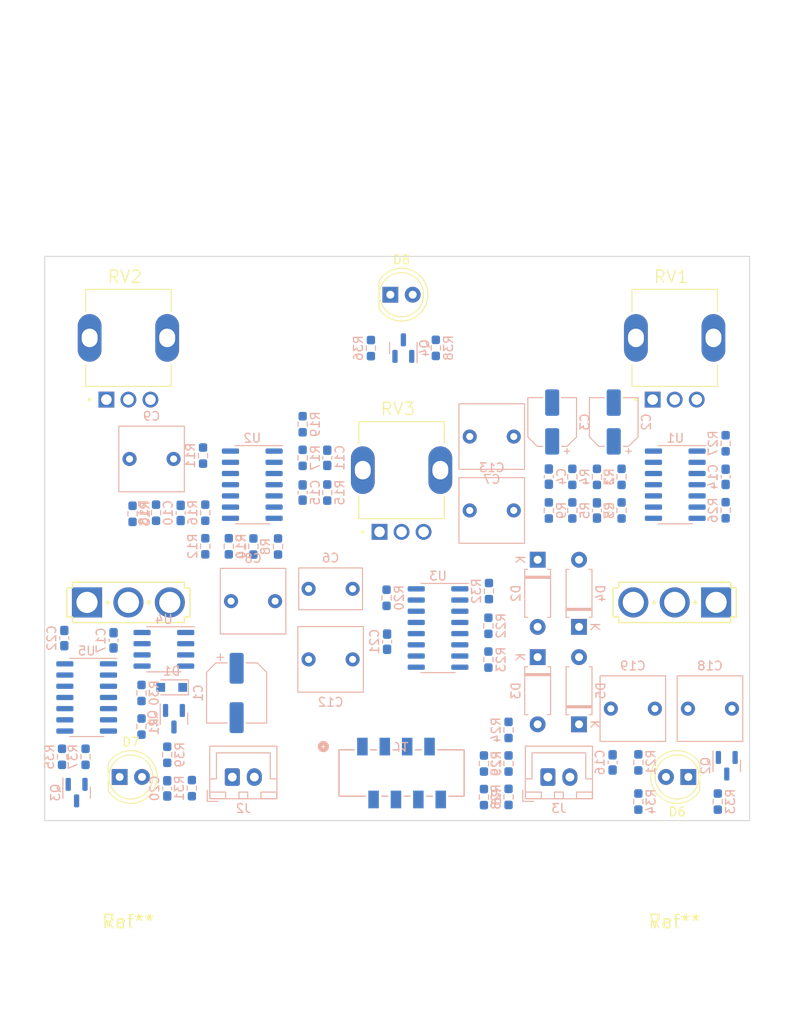
<source format=kicad_pcb>
(kicad_pcb (version 20211014) (generator pcbnew)
  (layers (0 "F.Cu" signal) (1 "In1.Cu" signal) (2 "In2.Cu" signal) (31 "B.Cu" signal) (34 "B.Paste" user) (35 "F.Paste" user) (36 "B.SilkS" user "B.Silkscreen") (37 "F.SilkS" user "F.Silkscreen") (38 "B.Mask" user) (39 "F.Mask" user) (44 "Edge.Cuts" user))
  (net 0 "")
  (net 1 "/+9V")
  (net 2 "/GND")
  (net 3 "Net-(C2-Pad1)")
  (net 4 "/+4V5")
  (net 5 "/In")
  (net 6 "Net-(C5-Pad2)")
  (net 7 "/Ret")
  (net 8 "Net-(C6-Pad2)")
  (net 9 "Net-(C7-Pad1)")
  (net 10 "/Core/InBuf")
  (net 11 "Net-(C8-Pad1)")
  (net 12 "/Core/RetBuf")
  (net 13 "Net-(C9-Pad1)")
  (net 14 "/Core/OutPreVol")
  (net 15 "Net-(C10-Pad1)")
  (net 16 "Net-(C10-Pad2)")
  (net 17 "Net-(C11-Pad1)")
  (net 18 "Net-(C11-Pad2)")
  (net 19 "Net-(C12-Pad1)")
  (net 20 "/Core/Sum")
  (net 21 "Net-(C13-Pad1)")
  (net 22 "Net-(C13-Pad2)")
  (net 23 "/LatchSw2")
  (net 24 "Net-(C18-Pad1)")
  (net 25 "/Snd")
  (net 26 "Net-(C19-Pad1)")
  (net 27 "/Out")
  (net 28 "/Switching/MomState")
  (net 29 "Net-(D1-Pad2)")
  (net 30 "Net-(D2-Pad1)")
  (net 31 "Net-(D2-Pad2)")
  (net 32 "Net-(D4-Pad1)")
  (net 33 "Net-(D6-Pad1)")
  (net 34 "Net-(D6-Pad2)")
  (net 35 "Net-(D7-Pad1)")
  (net 36 "Net-(D7-Pad2)")
  (net 37 "Net-(D8-Pad1)")
  (net 38 "Net-(D8-Pad2)")
  (net 39 "/Jack9V")
  (net 40 "/MomSw1")
  (net 41 "Net-(Q2-Pad1)")
  (net 42 "Net-(Q3-Pad1)")
  (net 43 "Net-(Q4-Pad1)")
  (net 44 "Net-(R4-Pad1)")
  (net 45 "Net-(R9-Pad1)")
  (net 46 "Net-(R10-Pad1)")
  (net 47 "Net-(R11-Pad1)")
  (net 48 "/Core/InGain")
  (net 49 "/Core/Feedback")
  (net 50 "/Switching/LatchState")
  (net 51 "/LatchSw1")
  (net 52 "Net-(R22-Pad2)")
  (net 53 "Net-(R23-Pad2)")
  (net 54 "Net-(R26-Pad1)")
  (net 55 "Net-(R27-Pad1)")
  (net 56 "Net-(R30-Pad1)")
  (net 57 "/Switching/BypassState")
  (net 58 "Net-(R32-Pad2)")
  (net 59 "/Core/FxOut")
  (net 60 "Net-(SW1-Pad2)")
  (footprint "Pots:V3_TRIM_R0904NB10KL-Keepout" (layer "F.Cu") (at 69 80.25)
    (fp_text reference "RV2" (at -0.405 -6.939) (layer "F.SilkS") (effects (font (size 1.4 1.4))))
    (fp_text value "A10k")
    (pad "0" thru_hole oval locked (at 4.4 0) (size 2.7 5.4) (drill oval 1.8 2.1) (layers *.Cu *.Mask) (net 2 "/GND"))
    (pad "0" thru_hole oval locked (at -4.4 0) (size 2.7 5.4) (drill oval 1.8 2.1) (layers *.Cu *.Mask) (net 2 "/GND"))
    (pad "1" thru_hole rect locked (at -2.5 7) (size 1.8 1.8) (drill 1.2) (layers *.Cu *.Mask) (net 4 "/+4V5"))
    (pad "2" thru_hole circle locked (at 0 7) (size 1.8 1.8) (drill 1.2) (layers *.Cu *.Mask) (net 59 "/Core/FxOut"))
    (pad "3" thru_hole circle locked (at 2.5 7) (size 1.8 1.8) (drill 1.2) (layers *.Cu *.Mask) (net 14 "/Core/OutPreVol"))
  )
  (footprint "MBP enclosures:MOMENTARY" (layer "F.Cu") (at 69 146.45 180)
    (fp_text reference "Ref**" (at 0 0) (layer "F.SilkS") (effects (font (size 1.524 1.524))))
    (fp_text value "Val**" (at 0 0) (layer "F.SilkS") (effects (font (size 1.524 1.524))))
  )
  (footprint "LED_THT:LED_D5.0mm" (layer "F.Cu") (at 132.55 130.05 180)
    (fp_text reference "D6" (at 1.27 -3.96) (layer "F.SilkS"))
    (fp_text value "LED")
    (pad "1" thru_hole rect locked (at 0 0 180) (size 1.8 1.8) (drill 0.9) (layers *.Cu *.Mask) (net 33 "Net-(D6-Pad1)"))
    (pad "2" thru_hole circle locked (at 2.54 0 180) (size 1.8 1.8) (drill 0.9) (layers *.Cu *.Mask) (net 34 "Net-(D6-Pad2)"))
  )
  (footprint "Pots:V3_TRIM_R0904NB10KL-Keepout" (layer "F.Cu") (at 100 95.25)
    (fp_text reference "RV3" (at -0.405 -6.939) (layer "F.SilkS") (effects (font (size 1.4 1.4))))
    (fp_text value "A10k")
    (pad "0" thru_hole oval locked (at 4.4 0) (size 2.7 5.4) (drill oval 1.8 2.1) (layers *.Cu *.Mask) (net 2 "/GND"))
    (pad "0" thru_hole oval locked (at -4.4 0) (size 2.7 5.4) (drill oval 1.8 2.1) (layers *.Cu *.Mask) (net 2 "/GND"))
    (pad "1" thru_hole rect locked (at -2.5 7) (size 1.8 1.8) (drill 1.2) (layers *.Cu *.Mask) (net 4 "/+4V5"))
    (pad "2" thru_hole circle locked (at 0 7) (size 1.8 1.8) (drill 1.2) (layers *.Cu *.Mask) (net 49 "/Core/Feedback"))
    (pad "3" thru_hole circle locked (at 2.5 7) (size 1.8 1.8) (drill 1.2) (layers *.Cu *.Mask) (net 22 "Net-(C13-Pad2)"))
  )
  (footprint "MBP enclosures:MOMENTARY" (layer "F.Cu") (at 131 146.45)
    (fp_text reference "Ref**" (at 0 0) (layer "F.SilkS") (effects (font (size 1.524 1.524))))
    (fp_text value "Val**" (at 0 0) (layer "F.SilkS") (effects (font (size 1.524 1.524))))
  )
  (footprint "LED_THT:LED_D5.0mm" (layer "F.Cu") (at 68 130.05)
    (fp_text reference "D7" (at 1.27 -3.96) (layer "F.SilkS"))
    (fp_text value "LED")
    (pad "1" thru_hole rect locked (at 0 0) (size 1.8 1.8) (drill 0.9) (layers *.Cu *.Mask) (net 35 "Net-(D7-Pad1)"))
    (pad "2" thru_hole circle locked (at 2.54 0) (size 1.8 1.8) (drill 0.9) (layers *.Cu *.Mask) (net 36 "Net-(D7-Pad2)"))
  )
  (footprint "Pots:V3_TRIM_R0904NB10KL-Keepout" (layer "F.Cu") (at 131 80.25)
    (fp_text reference "RV1" (at -0.405 -6.939) (layer "F.SilkS") (effects (font (size 1.4 1.4))))
    (fp_text value "A10k")
    (pad "0" thru_hole oval locked (at 4.4 0) (size 2.7 5.4) (drill oval 1.8 2.1) (layers *.Cu *.Mask) (net 2 "/GND"))
    (pad "0" thru_hole oval locked (at -4.4 0) (size 2.7 5.4) (drill oval 1.8 2.1) (layers *.Cu *.Mask) (net 2 "/GND"))
    (pad "1" thru_hole rect locked (at -2.5 7) (size 1.8 1.8) (drill 1.2) (layers *.Cu *.Mask) (net 4 "/+4V5"))
    (pad "2" thru_hole circle locked (at 0 7) (size 1.8 1.8) (drill 1.2) (layers *.Cu *.Mask) (net 48 "/Core/InGain"))
    (pad "3" thru_hole circle locked (at 2.5 7) (size 1.8 1.8) (drill 1.2) (layers *.Cu *.Mask) (net 10 "/Core/InBuf"))
  )
  (footprint "MBP switches:SPDT.LUGS.PM" (layer "F.Cu") (at 69 110.25 90)
    (fp_text reference "SW1" hide)
    (fp_text value "SW_SPDT" hide)
    (pad "1" thru_hole rect locked (at 0 -4.699 90) (size 3.416 3.416) (drill 2.4) (layers *.Cu *.Mask) (net 4 "/+4V5"))
    (pad "2" thru_hole oval locked (at 0 0 90) (size 3.416 3.416) (drill 2.4) (layers *.Cu *.Mask) (net 60 "Net-(SW1-Pad2)"))
    (pad "3" thru_hole oval locked (at 0 4.699 90) (size 3.416 3.416) (drill 2.4) (layers *.Cu *.Mask) (net 12 "/Core/RetBuf"))
  )
  (footprint "MBP switches:SPDT.LUGS.PM" (layer "F.Cu") (at 131 110.25 -90)
    (fp_text reference "SW2" hide)
    (fp_text value "SW_SPDT" hide)
    (pad "1" thru_hole rect locked (at 0 -4.699 270) (size 3.416 3.416) (drill 2.4) (layers *.Cu *.Mask) (net 14 "/Core/OutPreVol"))
    (pad "2" thru_hole oval locked (at 0 0 270) (size 3.416 3.416) (drill 2.4) (layers *.Cu *.Mask) (net 30 "Net-(D2-Pad1)"))
    (pad "3" thru_hole oval locked (at 0 4.699 270) (size 3.416 3.416) (drill 2.4) (layers *.Cu *.Mask) (net 49 "/Core/Feedback"))
  )
  (footprint "LED_THT:LED_D5.0mm" (layer "F.Cu") (at 98.725 75.35)
    (fp_text reference "D8" (at 1.27 -3.96) (layer "F.SilkS"))
    (fp_text value "LED")
    (pad "1" thru_hole rect locked (at 0 0) (size 1.8 1.8) (drill 0.9) (layers *.Cu *.Mask) (net 37 "Net-(D8-Pad1)"))
    (pad "2" thru_hole circle locked (at 2.54 0) (size 1.8 1.8) (drill 0.9) (layers *.Cu *.Mask) (net 38 "Net-(D8-Pad2)"))
  )
  (footprint "Capacitor_SMD:C_0603_1608Metric_Pad1.08x0.95mm_HandSolder" (layer "B.Cu") (at 67.31 114.554 -90)
    (fp_text reference "C17" (at 0 1.43 90) (layer "B.SilkS") (effects (justify mirror)))
    (fp_text value "100n")
    (pad "1" smd roundrect (at -0.8625 0 270) (size 1.075 0.95) (layers "B.Cu" "B.Paste" "B.Mask") (net 1 "/+9V"))
    (pad "2" smd roundrect (at 0.8625 0 270) (size 1.075 0.95) (layers "B.Cu" "B.Paste" "B.Mask") (net 2 "/GND"))
  )
  (footprint "Resistor_SMD:R_0603_1608Metric_Pad0.98x0.95mm_HandSolder" (layer "B.Cu") (at 109.917 108.966 -90)
    (fp_text reference "R32" (at 0 1.43 90) (layer "B.SilkS") (effects (justify mirror)))
    (fp_text value "10k")
    (pad "1" smd roundrect (at -0.9125 0 270) (size 0.975 0.95) (layers "B.Cu" "B.Paste" "B.Mask") (net 57 "/Switching/BypassState"))
    (pad "2" smd roundrect (at 0.9125 0 270) (size 0.975 0.95) (layers "B.Cu" "B.Paste" "B.Mask") (net 58 "Net-(R32-Pad2)"))
  )
  (footprint "Resistor_SMD:R_0603_1608Metric_Pad0.98x0.95mm_HandSolder" (layer "B.Cu") (at 96.52 81.407 -90)
    (fp_text reference "R36" (at 0 1.43 90) (layer "B.SilkS") (effects (justify mirror)))
    (fp_text value "100k")
    (pad "1" smd roundrect (at -0.9125 0 270) (size 0.975 0.95) (layers "B.Cu" "B.Paste" "B.Mask") (net 57 "/Switching/BypassState"))
    (pad "2" smd roundrect (at 0.9125 0 270) (size 0.975 0.95) (layers "B.Cu" "B.Paste" "B.Mask") (net 43 "Net-(Q4-Pad1)"))
  )
  (footprint "Resistor_SMD:R_0603_1608Metric_Pad0.98x0.95mm_HandSolder" (layer "B.Cu") (at 88.773 93.853 90)
    (fp_text reference "R17" (at 0 1.43 90) (layer "B.SilkS") (effects (justify mirror)))
    (fp_text value "100k")
    (pad "1" smd roundrect (at -0.9125 0 90) (size 0.975 0.95) (layers "B.Cu" "B.Paste" "B.Mask") (net 17 "Net-(C11-Pad1)"))
    (pad "2" smd roundrect (at 0.9125 0 90) (size 0.975 0.95) (layers "B.Cu" "B.Paste" "B.Mask") (net 18 "Net-(C11-Pad2)"))
  )
  (footprint "Connector_JST:JST_XH_B2B-XH-A_1x02_P2.50mm_Vertical" (layer "B.Cu") (at 80.792 130.065)
    (fp_text reference "J2" (at 1.25 3.55) (layer "B.SilkS") (effects (justify mirror)))
    (fp_text value "FLIP")
    (pad "1" thru_hole roundrect locked (at 0 0) (size 1.7 2) (drill 1) (layers *.Cu *.Mask) (roundrect_rratio 0.147059) (net 40 "/MomSw1"))
    (pad "2" thru_hole oval locked (at 2.5 0) (size 1.7 2) (drill 1) (layers *.Cu *.Mask) (net 1 "/+9V"))
  )
  (footprint "Capacitor_THT:C_Rect_L7.2mm_W7.2mm_P5.00mm_FKS2_FKP2_MKS2_MKP2" (layer "B.Cu") (at 128.751 122.301 180)
    (fp_text reference "C19" (at 2.5 4.85) (layer "B.SilkS") (effects (justify mirror)))
    (fp_text value "2u2")
    (pad "1" thru_hole circle (at 0 0 180) (size 1.6 1.6) (drill 0.8) (layers *.Cu *.Mask) (net 26 "Net-(C19-Pad1)"))
    (pad "2" thru_hole circle (at 5 0 180) (size 1.6 1.6) (drill 0.8) (layers *.Cu *.Mask) (net 27 "/Out"))
  )
  (footprint "Resistor_SMD:R_0603_1608Metric_Pad0.98x0.95mm_HandSolder" (layer "B.Cu") (at 70.485 120.523 90)
    (fp_text reference "R30" (at 0 1.43 90) (layer "B.SilkS") (effects (justify mirror)))
    (fp_text value "10k")
    (pad "1" smd roundrect (at -0.9125 0 90) (size 0.975 0.95) (layers "B.Cu" "B.Paste" "B.Mask") (net 56 "Net-(R30-Pad1)"))
    (pad "2" smd roundrect (at 0.9125 0 90) (size 0.975 0.95) (layers "B.Cu" "B.Paste" "B.Mask") (net 50 "/Switching/LatchState"))
  )
  (footprint "Capacitor_SMD:C_0603_1608Metric_Pad1.08x0.95mm_HandSolder" (layer "B.Cu") (at 98.36 114.7075 -90)
    (fp_text reference "C21" (at 0 1.43 90) (layer "B.SilkS") (effects (justify mirror)))
    (fp_text value "100n")
    (pad "1" smd roundrect (at -0.8625 0 270) (size 1.075 0.95) (layers "B.Cu" "B.Paste" "B.Mask") (net 1 "/+9V"))
    (pad "2" smd roundrect (at 0.8625 0 270) (size 1.075 0.95) (layers "B.Cu" "B.Paste" "B.Mask") (net 2 "/GND"))
  )
  (footprint "Diode_THT:D_A-405_P7.62mm_Horizontal" (layer "B.Cu") (at 120.142 124.079 90)
    (fp_text reference "D5" (at 3.81 2.47 90) (layer "B.SilkS") (effects (justify mirror)))
    (fp_text value "D")
    (fp_text user "K" (at 0 1.9 90) (layer "B.SilkS") (effects (justify mirror)))
    (pad "1" thru_hole rect (at 0 0 90) (size 1.8 1.8) (drill 0.9) (layers *.Cu *.Mask) (net 4 "/+4V5"))
    (pad "2" thru_hole oval (at 7.62 0 90) (size 1.8 1.8) (drill 0.9) (layers *.Cu *.Mask) (net 32 "Net-(D4-Pad1)"))
  )
  (footprint "Package_TO_SOT_SMD:SOT-23" (layer "B.Cu") (at 136.906 128.778 -90)
    (fp_text reference "Q2" (at 0 2.4 90) (layer "B.SilkS") (effects (justify mirror)))
    (fp_text value "MMBT3904")
    (pad "1" smd roundrect (at -0.9375 0.95 270) (size 1.475 0.6) (layers "B.Cu" "B.Paste" "B.Mask") (net 41 "Net-(Q2-Pad1)"))
    (pad "2" smd roundrect (at -0.9375 -0.95 270) (size 1.475 0.6) (layers "B.Cu" "B.Paste" "B.Mask") (net 2 "/GND"))
    (pad "3" smd roundrect (at 0.9375 0 270) (size 1.475 0.6) (layers "B.Cu" "B.Paste" "B.Mask") (net 33 "Net-(D6-Pad1)"))
  )
  (footprint "Resistor_SMD:R_0603_1608Metric_Pad0.98x0.95mm_HandSolder" (layer "B.Cu") (at 69.469 100.203 90)
    (fp_text reference "R13" (at 0 1.43 90) (layer "B.SilkS") (effects (justify mirror)))
    (fp_text value "10k")
    (pad "1" smd roundrect (at -0.9125 0 90) (size 0.975 0.95) (layers "B.Cu" "B.Paste" "B.Mask") (net 48 "/Core/InGain"))
    (pad "2" smd roundrect (at 0.9125 0 90) (size 0.975 0.95) (layers "B.Cu" "B.Paste" "B.Mask") (net 15 "Net-(C10-Pad1)"))
  )
  (footprint "Capacitor_SMD:C_0603_1608Metric_Pad1.08x0.95mm_HandSolder" (layer "B.Cu") (at 91.567 93.853 90)
    (fp_text reference "C11" (at 0 1.43 90) (layer "B.SilkS") (effects (justify mirror)))
    (fp_text value "10p")
    (pad "1" smd roundrect (at -0.8625 0 90) (size 1.075 0.95) (layers "B.Cu" "B.Paste" "B.Mask") (net 17 "Net-(C11-Pad1)"))
    (pad "2" smd roundrect (at 0.8625 0 90) (size 1.075 0.95) (layers "B.Cu" "B.Paste" "B.Mask") (net 18 "Net-(C11-Pad2)"))
  )
  (footprint "Connector_JST:JST_XH_B2B-XH-A_1x02_P2.50mm_Vertical" (layer "B.Cu") (at 116.606 130.065)
    (fp_text reference "J3" (at 1.25 3.55) (layer "B.SilkS") (effects (justify mirror)))
    (fp_text value "RPT")
    (pad "1" thru_hole roundrect locked (at 0 0) (size 1.7 2) (drill 1) (layers *.Cu *.Mask) (roundrect_rratio 0.147059) (net 51 "/LatchSw1"))
    (pad "2" thru_hole oval locked (at 2.5 0) (size 1.7 2) (drill 1) (layers *.Cu *.Mask) (net 23 "/LatchSw2"))
  )
  (footprint "Resistor_SMD:R_0603_1608Metric_Pad0.98x0.95mm_HandSolder" (layer "B.Cu") (at 77.47 93.599 -90)
    (fp_text reference "R11" (at 0 1.43 90) (layer "B.SilkS") (effects (justify mirror)))
    (fp_text value "100")
    (pad "1" smd roundrect (at -0.9125 0 270) (size 0.975 0.95) (layers "B.Cu" "B.Paste" "B.Mask") (net 47 "Net-(R11-Pad1)"))
    (pad "2" smd roundrect (at 0.9125 0 270) (size 0.975 0.95) (layers "B.Cu" "B.Paste" "B.Mask") (net 13 "Net-(C9-Pad1)"))
  )
  (footprint "Resistor_SMD:R_0603_1608Metric_Pad0.98x0.95mm_HandSolder" (layer "B.Cu") (at 112.141 124.714 -90)
    (fp_text reference "R24" (at 0 1.43 90) (layer "B.SilkS") (effects (justify mirror)))
    (fp_text value "100k")
    (pad "1" smd roundrect (at -0.9125 0 270) (size 0.975 0.95) (layers "B.Cu" "B.Paste" "B.Mask") (net 1 "/+9V"))
    (pad "2" smd roundrect (at 0.9125 0 270) (size 0.975 0.95) (layers "B.Cu" "B.Paste" "B.Mask") (net 51 "/LatchSw1"))
  )
  (footprint "Package_SO:SOIC-14_3.9x8.7mm_P1.27mm" (layer "B.Cu") (at 83.058 96.901 180)
    (fp_text reference "U2" (at 0 5.28) (layer "B.SilkS") (effects (justify mirror)))
    (fp_text value "TL074")
    (pad "1" smd roundrect (at -2.475 3.81 180) (size 1.95 0.6) (layers "B.Cu" "B.Paste" "B.Mask") (net 18 "Net-(C11-Pad2)"))
    (pad "2" smd roundrect (at -2.475 2.54 180) (size 1.95 0.6) (layers "B.Cu" "B.Paste" "B.Mask") (net 17 "Net-(C11-Pad1)"))
    (pad "3" smd roundrect (at -2.475 1.27 180) (size 1.95 0.6) (layers "B.Cu" "B.Paste" "B.Mask") (net 60 "Net-(SW1-Pad2)"))
    (pad "4" smd roundrect (at -2.475 0 180) (size 1.95 0.6) (layers "B.Cu" "B.Paste" "B.Mask") (net 1 "/+9V"))
    (pad "5" smd roundrect (at -2.475 -1.27 180) (size 1.95 0.6) (layers "B.Cu" "B.Paste" "B.Mask") (net 8 "Net-(C6-Pad2)"))
    (pad "6" smd roundrect (at -2.475 -2.54 180) (size 1.95 0.6) (layers "B.Cu" "B.Paste" "B.Mask") (net 46 "Net-(R10-Pad1)"))
    (pad "7" smd roundrect (at -2.475 -3.81 180) (size 1.95 0.6) (layers "B.Cu" "B.Paste" "B.Mask") (net 46 "Net-(R10-Pad1)"))
    (pad "8" smd roundrect (at 2.475 -3.81 180) (size 1.95 0.6) (layers "B.Cu" "B.Paste" "B.Mask") (net 16 "Net-(C10-Pad2)"))
    (pad "9" smd roundrect (at 2.475 -2.54 180) (size 1.95 0.6) (layers "B.Cu" "B.Paste" "B.Mask") (net 15 "Net-(C10-Pad1)"))
    (pad "10" smd roundrect (at 2.475 -1.27 180) (size 1.95 0.6) (layers "B.Cu" "B.Paste" "B.Mask") (net 4 "/+4V5"))
    (pad "11" smd roundrect (at 2.475 0 180) (size 1.95 0.6) (layers "B.Cu" "B.Paste" "B.Mask") (net 2 "/GND"))
    (pad "12" smd roundrect (at 2.475 1.27 180) (size 1.95 0.6) (layers "B.Cu" "B.Paste" "B.Mask") (net 12 "/Core/RetBuf"))
    (pad "13" smd roundrect (at 2.475 2.54 180) (size 1.95 0.6) (layers "B.Cu" "B.Paste" "B.Mask") (net 47 "Net-(R11-Pad1)"))
    (pad "14" smd roundrect (at 2.475 3.81 180) (size 1.95 0.6) (layers "B.Cu" "B.Paste" "B.Mask") (net 47 "Net-(R11-Pad1)"))
  )
  (footprint "Resistor_SMD:R_0603_1608Metric_Pad0.98x0.95mm_HandSolder" (layer "B.Cu") (at 126.873 132.842 90)
    (fp_text reference "R34" (at 0 1.43 90) (layer "B.SilkS") (effects (justify mirror)))
    (fp_text value "1k")
    (pad "1" smd roundrect (at -0.9125 0 90) (size 0.975 0.95) (layers "B.Cu" "B.Paste" "B.Mask") (net 1 "/+9V"))
    (pad "2" smd roundrect (at 0.9125 0 90) (size 0.975 0.95) (layers "B.Cu" "B.Paste" "B.Mask") (net 34 "Net-(D6-Pad2)"))
  )
  (footprint "Resistor_SMD:R_0603_1608Metric_Pad0.98x0.95mm_HandSolder" (layer "B.Cu") (at 136.779 92.202 -90)
    (fp_text reference "R27" (at 0 1.43 90) (layer "B.SilkS") (effects (justify mirror)))
    (fp_text value "100")
    (pad "1" smd roundrect (at -0.9125 0 270) (size 0.975 0.95) (layers "B.Cu" "B.Paste" "B.Mask") (net 55 "Net-(R27-Pad1)"))
    (pad "2" smd roundrect (at 0.9125 0 270) (size 0.975 0.95) (layers "B.Cu" "B.Paste" "B.Mask") (net 26 "Net-(C19-Pad1)"))
  )
  (footprint "Resistor_SMD:R_0603_1608Metric_Pad0.98x0.95mm_HandSolder" (layer "B.Cu") (at 109.347 132.334 90)
    (fp_text reference "R6" (at 0 1.43 90) (layer "B.SilkS") (effects (justify mirror)))
    (fp_text value "100k")
    (pad "1" smd roundrect (at -0.9125 0 90) (size 0.975 0.95) (layers "B.Cu" "B.Paste" "B.Mask") (net 7 "/Ret"))
    (pad "2" smd roundrect (at 0.9125 0 90) (size 0.975 0.95) (layers "B.Cu" "B.Paste" "B.Mask") (net 2 "/GND"))
  )
  (footprint "Resistor_SMD:R_0603_1608Metric_Pad0.98x0.95mm_HandSolder" (layer "B.Cu") (at 122.174 96.012 90)
    (fp_text reference "R2" (at 0 1.43 90) (layer "B.SilkS") (effects (justify mirror)))
    (fp_text value "10K")
    (pad "1" smd roundrect (at -0.9125 0 90) (size 0.975 0.95) (layers "B.Cu" "B.Paste" "B.Mask") (net 1 "/+9V"))
    (pad "2" smd roundrect (at 0.9125 0 90) (size 0.975 0.95) (layers "B.Cu" "B.Paste" "B.Mask") (net 3 "Net-(C2-Pad1)"))
  )
  (footprint "Capacitor_SMD:CP_Elec_5x5.4" (layer "B.Cu") (at 124.079 89.789 90)
    (fp_text reference "C2" (at 0 3.7 90) (layer "B.SilkS") (effects (justify mirror)))
    (fp_text value "10u")
    (pad "1" smd roundrect (at -2.2 0 90) (size 3 1.6) (layers "B.Cu" "B.Paste" "B.Mask") (roundrect_rratio 0.15625) (net 3 "Net-(C2-Pad1)"))
    (pad "2" smd roundrect (at 2.2 0 90) (size 3 1.6) (layers "B.Cu" "B.Paste" "B.Mask") (roundrect_rratio 0.15625) (net 2 "/GND"))
  )
  (footprint "Resistor_SMD:R_0603_1608Metric_Pad0.98x0.95mm_HandSolder" (layer "B.Cu") (at 109.855 116.7365 90)
    (fp_text reference "R23" (at 0 1.43 90) (layer "B.SilkS") (effects (justify mirror)))
    (fp_text value "10k")
    (pad "1" smd roundrect (at -0.9125 0 90) (size 0.975 0.95) (layers "B.Cu" "B.Paste" "B.Mask") (net 4 "/+4V5"))
    (pad "2" smd roundrect (at 0.9125 0 90) (size 0.975 0.95) (layers "B.Cu" "B.Paste" "B.Mask") (net 53 "Net-(R23-Pad2)"))
  )
  (footprint "Resistor_SMD:R_0603_1608Metric_Pad0.98x0.95mm_HandSolder" (layer "B.Cu") (at 103.886 81.3835 90)
    (fp_text reference "R38" (at 0 1.43 90) (layer "B.SilkS") (effects (justify mirror)))
    (fp_text value "1k")
    (pad "1" smd roundrect (at -0.9125 0 90) (size 0.975 0.95) (layers "B.Cu" "B.Paste" "B.Mask") (net 1 "/+9V"))
    (pad "2" smd roundrect (at 0.9125 0 90) (size 0.975 0.95) (layers "B.Cu" "B.Paste" "B.Mask") (net 38 "Net-(D8-Pad2)"))
  )
  (footprint "Package_SO:SOIC-8_3.9x4.9mm_P1.27mm" (layer "B.Cu") (at 73.025 115.57 180)
    (fp_text reference "U4" (at 0 3.4) (layer "B.SilkS") (effects (justify mirror)))
    (fp_text value "NE555P")
    (pad "1" smd roundrect (at -2.475 1.905 180) (size 1.95 0.6) (layers "B.Cu" "B.Paste" "B.Mask") (net 2 "/GND"))
    (pad "2" smd roundrect (at -2.475 0.635 180) (size 1.95 0.6) (layers "B.Cu" "B.Paste" "B.Mask") (net 51 "/LatchSw1"))
    (pad "3" smd roundrect (at -2.475 -0.635 180) (size 1.95 0.6) (layers "B.Cu" "B.Paste" "B.Mask") (net 50 "/Switching/LatchState"))
    (pad "4" smd roundrect (at -2.475 -1.905 180) (size 1.95 0.6) (layers "B.Cu" "B.Paste" "B.Mask") (net 1 "/+9V"))
    (pad "5" smd roundrect (at 2.475 -1.905 180) (size 1.95 0.6) (layers "B.Cu" "B.Paste" "B.Mask"))
    (pad "6" smd roundrect (at 2.475 -0.635 180) (size 1.95 0.6) (layers "B.Cu" "B.Paste" "B.Mask") (net 51 "/LatchSw1"))
    (pad "7" smd roundrect (at 2.475 0.635 180) (size 1.95 0.6) (layers "B.Cu" "B.Paste" "B.Mask"))
    (pad "8" smd roundrect (at 2.475 1.905 180) (size 1.95 0.6) (layers "B.Cu" "B.Paste" "B.Mask") (net 1 "/+9V"))
  )
  (footprint "Resistor_SMD:R_0603_1608Metric_Pad0.98x0.95mm_HandSolder" (layer "B.Cu") (at 64.135 127.762 -90)
    (fp_text reference "R37" (at 0 1.43 90) (layer "B.SilkS") (effects (justify mirror)))
    (fp_text value "1k")
    (pad "1" smd roundrect (at -0.9125 0 270) (size 0.975 0.95) (layers "B.Cu" "B.Paste" "B.Mask") (net 1 "/+9V"))
    (pad "2" smd roundrect (at 0.9125 0 270) (size 0.975 0.95) (layers "B.Cu" "B.Paste" "B.Mask") (net 36 "Net-(D7-Pad2)"))
  )
  (footprint "Capacitor_SMD:C_0603_1608Metric_Pad1.08x0.95mm_HandSolder" (layer "B.Cu") (at 122.174 99.822 90)
    (fp_text reference "C5" (at 0 1.43 90) (layer "B.SilkS") (effects (justify mirror)))
    (fp_text value "100n")
    (pad "1" smd roundrect (at -0.8625 0 90) (size 1.075 0.95) (layers "B.Cu" "B.Paste" "B.Mask") (net 5 "/In"))
    (pad "2" smd roundrect (at 0.8625 0 90) (size 1.075 0.95) (layers "B.Cu" "B.Paste" "B.Mask") (net 6 "Net-(C5-Pad2)"))
  )
  (footprint "Capacitor_THT:C_Rect_L7.2mm_W7.2mm_P5.00mm_FKS2_FKP2_MKS2_MKP2" (layer "B.Cu") (at 137.501 122.301 180)
    (fp_text reference "C18" (at 2.5 4.85) (layer "B.SilkS") (effects (justify mirror)))
    (fp_text value "2u2")
    (pad "1" thru_hole circle (at 0 0 180) (size 1.6 1.6) (drill 0.8) (layers *.Cu *.Mask) (net 24 "Net-(C18-Pad1)"))
    (pad "2" thru_hole circle (at 5 0 180) (size 1.6 1.6) (drill 0.8) (layers *.Cu *.Mask) (net 25 "/Snd"))
  )
  (footprint "Resistor_SMD:R_0603_1608Metric_Pad0.98x0.95mm_HandSolder" (layer "B.Cu") (at 119.38 96.012 90)
    (fp_text reference "R4" (at 0 1.43 90) (layer "B.SilkS") (effects (justify mirror)))
    (fp_text value "10")
    (pad "1" smd roundrect (at -0.9125 0 90) (size 0.975 0.95) (layers "B.Cu" "B.Paste" "B.Mask") (net 44 "Net-(R4-Pad1)"))
    (pad "2" smd roundrect (at 0.9125 0 90) (size 0.975 0.95) (layers "B.Cu" "B.Paste" "B.Mask") (net 4 "/+4V5"))
  )
  (footprint "Resistor_SMD:R_0603_1608Metric_Pad0.98x0.95mm_HandSolder" (layer "B.Cu") (at 124.968 99.822 -90)
    (fp_text reference "R7" (at 0 1.43 90) (layer "B.SilkS") (effects (justify mirror)))
    (fp_text value "1M")
    (pad "1" smd roundrect (at -0.9125 0 270) (size 0.975 0.95) (layers "B.Cu" "B.Paste" "B.Mask") (net 6 "Net-(C5-Pad2)"))
    (pad "2" smd roundrect (at 0.9125 0 270) (size 0.975 0.95) (layers "B.Cu" "B.Paste" "B.Mask") (net 4 "/+4V5"))
  )
  (footprint "Resistor_SMD:R_0603_1608Metric_Pad0.98x0.95mm_HandSolder" (layer "B.Cu") (at 119.38 99.822 90)
    (fp_text reference "R5" (at 0 1.43 90) (layer "B.SilkS") (effects (justify mirror)))
    (fp_text value "1M")
    (pad "1" smd roundrect (at -0.9125 0 90) (size 0.975 0.95) (layers "B.Cu" "B.Paste" "B.Mask") (net 5 "/In"))
    (pad "2" smd roundrect (at 0.9125 0 90) (size 0.975 0.95) (layers "B.Cu" "B.Paste" "B.Mask") (net 2 "/GND"))
  )
  (footprint "Capacitor_THT:C_Rect_L7.2mm_W7.2mm_P5.00mm_FKS2_FKP2_MKS2_MKP2" (layer "B.Cu") (at 107.736 91.44)
    (fp_text reference "C7" (at 2.5 4.85) (layer "B.SilkS") (effects (justify mirror)))
    (fp_text value "2u2")
    (pad "1" thru_hole circle (at 0 0) (size 1.6 1.6) (drill 0.8) (layers *.Cu *.Mask) (net 9 "Net-(C7-Pad1)"))
    (pad "2" thru_hole circle (at 5 0) (size 1.6 1.6) (drill 0.8) (layers *.Cu *.Mask) (net 10 "/Core/InBuf"))
  )
  (footprint "molex-picoflex8:CONN_SDA-90814_08_MOL" (layer "B.Cu") (at 100 129.601349)
    (fp_text reference "J1" (at 0 -2.998099 180 unlocked) (layer "B.SilkS") (effects (justify mirror)))
    (fp_text value "908140508")
    (pad "1" smd rect locked (at -4.445 -2.998099) (size 1.1938 2.0066) (layers "B.Cu" "B.Paste" "B.Mask") (net 39 "/Jack9V"))
    (pad "2" smd rect locked (at -3.175 3.001902) (size 1.1938 2.0066) (layers "B.Cu" "B.Paste" "B.Mask") (net 2 "/GND"))
    (pad "3" smd rect locked (at -1.905 -2.998099) (size 1.1938 2.0066) (layers "B.Cu" "B.Paste" "B.Mask") (net 5 "/In"))
    (pad "4" smd rect locked (at -0.635 3.001902) (size 1.1938 2.0066) (layers "B.Cu" "B.Paste" "B.Mask") (net 25 "/Snd"))
    (pad "5" smd rect locked (at 0.635 -2.998099) (size 1.1938 2.0066) (layers "B.Cu" "B.Paste" "B.Mask") (net 2 "/GND"))
    (pad "6" smd rect locked (at 1.905 3.001902) (size 1.1938 2.0066) (layers "B.Cu" "B.Paste" "B.Mask") (net 7 "/Ret"))
    (pad "7" smd rect locked (at 3.175 -2.998099) (size 1.1938 2.0066) (layers "B.Cu" "B.Paste" "B.Mask") (net 27 "/Out"))
    (pad "8" smd rect locked (at 4.445 3.001902) (size 1.1938 2.0066) (layers "B.Cu" "B.Paste" "B.Mask") (net 2 "/GND"))
  )
  (footprint "Package_SO:SOIC-16_3.9x9.9mm_P1.27mm" (layer "B.Cu") (at 104.14 113.157 180)
    (fp_text reference "U3" (at 0 5.9) (layer "B.SilkS") (effects (justify mirror)))
    (fp_text value "DG403")
    (pad "1" smd roundrect (at -2.475 4.445 180) (size 1.95 0.6) (layers "B.Cu" "B.Paste" "B.Mask") (net 52 "Net-(R22-Pad2)"))
    (pad "2" smd roundrect (at -2.475 3.175 180) (size 1.95 0.6) (layers "B.Cu" "B.Paste" "B.Mask"))
    (pad "3" smd roundrect (at -2.475 1.905 180) (size 1.95 0.6) (layers "B.Cu" "B.Paste" "B.Mask") (net 52 "Net-(R22-Pad2)"))
    (pad "4" smd roundrect (at -2.475 0.635 180) (size 1.95 0.6) (layers "B.Cu" "B.Paste" "B.Mask") (net 10 "/Core/InBuf"))
    (pad "5" smd roundrect (at -2.475 -0.635 180) (size 1.95 0.6) (layers "B.Cu" "B.Paste" "B.Mask") (net 12 "/Core/RetBuf"))
    (pad "6" smd roundrect (at -2.475 -1.905 180) (size 1.95 0.6) (layers "B.Cu" "B.Paste" "B.Mask") (net 53 "Net-(R23-Pad2)"))
    (pad "7" smd roundrect (at -2.475 -3.175 180) (size 1.95 0.6) (layers "B.Cu" "B.Paste" "B.Mask"))
    (pad "8" smd roundrect (at -2.475 -4.445 180) (size 1.95 0.6) (layers "B.Cu" "B.Paste" "B.Mask") (net 53 "Net-(R23-Pad2)"))
    (pad "9" smd roundrect (at 2.475 -4.445 180) (size 1.95 0.6) (layers "B.Cu" "B.Paste" "B.Mask") (net 59 "/Core/FxOut"))
    (pad "10" smd roundrect (at 2.475 -3.175 180) (size 1.95 0.6) (layers "B.Cu" "B.Paste" "B.Mask") (net 57 "/Switching/BypassState"))
    (pad "11" smd roundrect (at 2.475 -1.905 180) (size 1.95 0.6) (layers "B.Cu" "B.Paste" "B.Mask") (net 1 "/+9V"))
    (pad "12" smd roundrect (at 2.475 -0.635 180) (size 1.95 0.6) (layers "B.Cu" "B.Paste" "B.Mask") (net 1 "/+9V"))
    (pad "13" smd roundrect (at 2.475 0.635 180) (size 1.95 0.6) (layers "B.Cu" "B.Paste" "B.Mask") (net 4 "/+4V5"))
    (pad "14" smd roundrect (at 2.475 1.905 180) (size 1.95 0.6) (layers "B.Cu" "B.Paste" "B.Mask") (net 2 "/GND"))
    (pad "15" smd roundrect (at 2.475 3.175 180) (size 1.95 0.6) (layers "B.Cu" "B.Paste" "B.Mask") (net 57 "/Switching/BypassState"))
    (pad "16" smd roundrect (at 2.475 4.445 180) (size 1.95 0.6) (layers "B.Cu" "B.Paste" "B.Mask") (net 20 "/Core/Sum"))
  )
  (footprint "Resistor_SMD:R_0603_1608Metric_Pad0.98x0.95mm_HandSolder" (layer "B.Cu") (at 91.567 97.79 90)
    (fp_text reference "R15" (at 0 1.43 90) (layer "B.SilkS") (effects (justify mirror)))
    (fp_text value "100k")
    (pad "1" smd roundrect (at -0.9125 0 90) (size 0.975 0.95) (layers "B.Cu" "B.Paste" "B.Mask") (net 12 "/Core/RetBuf"))
    (pad "2" smd roundrect (at 0.9125 0 90) (size 0.975 0.95) (layers "B.Cu" "B.Paste" "B.Mask") (net 17 "Net-(C11-Pad1)"))
  )
  (footprint "Resistor_SMD:R_0603_1608Metric_Pad0.98x0.95mm_HandSolder" (layer "B.Cu") (at 109.347 128.524 90)
    (fp_text reference "R29" (at 0 1.43 90) (layer "B.SilkS") (effects (justify mirror)))
    (fp_text value "10k")
    (pad "1" smd roundrect (at -0.9125 0 90) (size 0.975 0.95) (layers "B.Cu" "B.Paste" "B.Mask") (net 2 "/GND"))
    (pad "2" smd roundrect (at 0.9125 0 90) (size 0.975 0.95) (layers "B.Cu" "B.Paste" "B.Mask") (net 27 "/Out"))
  )
  (footprint "Resistor_SMD:R_0603_1608Metric_Pad0.98x0.95mm_HandSolder" (layer "B.Cu") (at 135.89 132.842 90)
    (fp_text reference "R33" (at 0 1.43 90) (layer "B.SilkS") (effects (justify mirror)))
    (fp_text value "100k")
    (pad "1" smd roundrect (at -0.9125 0 90) (size 0.975 0.95) (layers "B.Cu" "B.Paste" "B.Mask") (net 50 "/Switching/LatchState"))
    (pad "2" smd roundrect (at 0.9125 0 90) (size 0.975 0.95) (layers "B.Cu" "B.Paste" "B.Mask") (net 41 "Net-(Q2-Pad1)"))
  )
  (footprint "Package_TO_SOT_SMD:SOT-23" (layer "B.Cu") (at 100.203 81.407 90)
    (fp_text reference "Q4" (at 0 2.4 90) (layer "B.SilkS") (effects (justify mirror)))
    (fp_text value "MMBT3904")
    (pad "1" smd roundrect (at -0.9375 0.95 90) (size 1.475 0.6) (layers "B.Cu" "B.Paste" "B.Mask") (net 43 "Net-(Q4-Pad1)"))
    (pad "2" smd roundrect (at -0.9375 -0.95 90) (size 1.475 0.6) (layers "B.Cu" "B.Paste" "B.Mask") (net 2 "/GND"))
    (pad "3" smd roundrect (at 0.9375 0 90) (size 1.475 0.6) (layers "B.Cu" "B.Paste" "B.Mask") (net 37 "Net-(D8-Pad1)"))
  )
  (footprint "Resistor_SMD:R_0603_1608Metric_Pad0.98x0.95mm_HandSolder" (layer "B.Cu") (at 109.855 112.903 90)
    (fp_text reference "R22" (at 0 1.43 90) (layer "B.SilkS") (effects (justify mirror)))
    (fp_text value "10k")
    (pad "1" smd roundrect (at -0.9125 0 90) (size 0.975 0.95) (layers "B.Cu" "B.Paste" "B.Mask") (net 4 "/+4V5"))
    (pad "2" smd roundrect (at 0.9125 0 90) (size 0.975 0.95) (layers "B.Cu" "B.Paste" "B.Mask") (net 52 "Net-(R22-Pad2)"))
  )
  (footprint "Capacitor_THT:C_Rect_L7.2mm_W7.2mm_P5.00mm_FKS2_FKP2_MKS2_MKP2" (layer "B.Cu") (at 89.448 116.713)
    (fp_text reference "C12" (at 2.5 4.85) (layer "B.SilkS") (effects (justify mirror)))
    (fp_text value "2u2")
    (pad "1" thru_hole circle (at 0 0) (size 1.6 1.6) (drill 0.8) (layers *.Cu *.Mask) (net 19 "Net-(C12-Pad1)"))
    (pad "2" thru_hole circle (at 5 0) (size 1.6 1.6) (drill 0.8) (layers *.Cu *.Mask) (net 20 "/Core/Sum"))
  )
  (footprint "Resistor_SMD:R_0603_1608Metric_Pad0.98x0.95mm_HandSolder" (layer "B.Cu") (at 126.873 128.397 90)
    (fp_text reference "R21" (at 0 1.43 90) (layer "B.SilkS") (effects (justify mirror)))
    (fp_text value "100k")
    (pad "1" smd roundrect (at -0.9125 0 90) (size 0.975 0.95) (layers "B.Cu" "B.Paste" "B.Mask") (net 23 "/LatchSw2"))
    (pad "2" smd roundrect (at 0.9125 0 90) (size 0.975 0.95) (layers "B.Cu" "B.Paste" "B.Mask") (net 50 "/Switching/LatchState"))
  )
  (footprint "Resistor_SMD:R_0603_1608Metric_Pad0.98x0.95mm_HandSolder" (layer "B.Cu") (at 116.713 99.822 90)
    (fp_text reference "R9" (at 0 1.43 90) (layer "B.SilkS") (effects (justify mirror)))
    (fp_text value "100")
    (pad "1" smd roundrect (at -0.9125 0 90) (size 0.975 0.95) (layers "B.Cu" "B.Paste" "B.Mask") (net 45 "Net-(R9-Pad1)"))
    (pad "2" smd roundrect (at 0.9125 0 90) (size 0.975 0.95) (layers "B.Cu" "B.Paste" "B.Mask") (net 9 "Net-(C7-Pad1)"))
  )
  (footprint "Diode_THT:D_A-405_P7.62mm_Horizontal" (layer "B.Cu") (at 115.443 105.41 -90)
    (fp_text reference "D2" (at 3.81 2.47 90) (layer "B.SilkS") (effects (justify mirror)))
    (fp_text value "D")
    (fp_text user "K" (at 0 1.9 90) (layer "B.SilkS") (effects (justify mirror)))
    (pad "1" thru_hole rect (at 0 0 270) (size 1.8 1.8) (drill 0.9) (layers *.Cu *.Mask) (net 30 "Net-(D2-Pad1)"))
    (pad "2" thru_hole oval (at 7.62 0 270) (size 1.8 1.8) (drill 0.9) (layers *.Cu *.Mask) (net 31 "Net-(D2-Pad2)"))
  )
  (footprint "Resistor_SMD:R_0603_1608Metric_Pad0.98x0.95mm_HandSolder" (layer "B.Cu") (at 80.391 103.886 90)
    (fp_text reference "R14" (at 0 1.43 90) (layer "B.SilkS") (effects (justify mirror)))
    (fp_text value "10k")
    (pad "1" smd roundrect (at -0.9125 0 90) (size 0.975 0.95) (layers "B.Cu" "B.Paste" "B.Mask") (net 49 "/Core/Feedback"))
    (pad "2" smd roundrect (at 0.9125 0 90) (size 0.975 0.95) (layers "B.Cu" "B.Paste" "B.Mask") (net 15 "Net-(C10-Pad1)"))
  )
  (footprint "Resistor_SMD:R_0603_1608Metric_Pad0.98x0.95mm_HandSolder" (layer "B.Cu") (at 98.298 109.728 90)
    (fp_text reference "R20" (at 0 1.43 90) (layer "B.SilkS") (effects (justify mirror)))
    (fp_text value "10k")
    (pad "1" smd roundrect (at -0.9125 0 90) (size 0.975 0.95) (layers "B.Cu" "B.Paste" "B.Mask") (net 4 "/+4V5"))
    (pad "2" smd roundrect (at 0.9125 0 90) (size 0.975 0.95) (layers "B.Cu" "B.Paste" "B.Mask") (net 20 "/Core/Sum"))
  )
  (footprint "Capacitor_THT:C_Rect_L7.0mm_W4.5mm_P5.00mm" (layer "B.Cu") (at 94.448 108.712 180)
    (fp_text reference "C6" (at 2.5 3.5) (layer "B.SilkS") (effects (justify mirror)))
    (fp_text value "1u")
    (pad "1" thru_hole circle (at 0 0 180) (size 1.6 1.6) (drill 0.8) (layers *.Cu *.Mask) (net 7 "/Ret"))
    (pad "2" thru_hole circle (at 5 0 180) (size 1.6 1.6) (drill 0.8) (layers *.Cu *.Mask) (net 8 "Net-(C6-Pad2)"))
  )
  (footprint "Capacitor_THT:C_Rect_L7.2mm_W7.2mm_P5.00mm_FKS2_FKP2_MKS2_MKP2" (layer "B.Cu") (at 74.128 93.98 180)
    (fp_text reference "C9" (at 2.5 4.85) (layer "B.SilkS") (effects (justify mirror)))
    (fp_text value "2u2")
    (pad "1" thru_hole circle (at 0 0 180) (size 1.6 1.6) (drill 0.8) (layers *.Cu *.Mask) (net 13 "Net-(C9-Pad1)"))
    (pad "2" thru_hole circle (at 5 0 180) (size 1.6 1.6) (drill 0.8) (layers *.Cu *.Mask) (net 14 "/Core/OutPreVol"))
  )
  (footprint "Resistor_SMD:R_0603_1608Metric_Pad0.98x0.95mm_HandSolder" (layer "B.Cu") (at 72.136 100.076 -90)
    (fp_text reference "R18" (at 0 1.43 90) (layer "B.SilkS") (effects (justify mirror)))
    (fp_text value "100")
    (pad "1" smd roundrect (at -0.9125 0 270) (size 0.975 0.95) (layers "B.Cu" "B.Paste" "B.Mask") (net 16 "Net-(C10-Pad2)"))
    (pad "2" smd roundrect (at 0.9125 0 270) (size 0.975 0.95) (layers "B.Cu" "B.Paste" "B.Mask") (net 19 "Net-(C12-Pad1)"))
  )
  (footprint "Resistor_SMD:R_0603_1608Metric_Pad0.98x0.95mm_HandSolder" (layer "B.Cu") (at 124.968 96.012 -90)
    (fp_text reference "R3" (at 0 1.43 90) (layer "B.SilkS") (effects (justify mirror)))
    (fp_text value "10K")
    (pad "1" smd roundrect (at -0.9125 0 270) (size 0.975 0.95) (layers "B.Cu" "B.Paste" "B.Mask") (net 3 "Net-(C2-Pad1)"))
    (pad "2" smd roundrect (at 0.9125 0 270) (size 0.975 0.95) (layers "B.Cu" "B.Paste" "B.Mask") (net 2 "/GND"))
  )
  (footprint "Resistor_SMD:R_0603_1608Metric_Pad0.98x0.95mm_HandSolder" (layer "B.Cu") (at 61.468 127.762 -90)
    (fp_text reference "R35" (at 0 1.43 90) (layer "B.SilkS") (effects (justify mirror)))
    (fp_text value "100k")
    (pad "1" smd roundrect (at -0.9125 0 270) (size 0.975 0.95) (layers "B.Cu" "B.Paste" "B.Mask") (net 28 "/Switching/MomState"))
    (pad "2" smd roundrect (at 0.9125 0 270) (size 0.975 0.95) (layers "B.Cu" "B.Paste" "B.Mask") (net 42 "Net-(Q3-Pad1)"))
  )
  (footprint "Resistor_SMD:R_0603_1608Metric_Pad0.98x0.95mm_HandSolder" (layer "B.Cu") (at 73.406 127.5315 90)
    (fp_text reference "R39" (at 0 1.43 90) (layer "B.SilkS") (effects (justify mirror)))
    (fp_text value "100k")
    (pad "1" smd roundrect (at -0.9125 0 90) (size 0.975 0.95) (layers "B.Cu" "B.Paste" "B.Mask") (net 28 "/Switching/MomState"))
    (pad "2" smd roundrect (at 0.9125 0 90) (size 0.975 0.95) (layers "B.Cu" "B.Paste" "B.Mask") (net 2 "/GND"))
  )
  (footprint "Capacitor_SMD:CP_Elec_5x5.4" (layer "B.Cu") (at 117.094 89.789 90)
    (fp_text reference "C3" (at 0 3.7 90) (layer "B.SilkS") (effects (justify mirror)))
    (fp_text value "10u")
    (pad "1" smd roundrect (at -2.2 0 90) (size 3 1.6) (layers "B.Cu" "B.Paste" "B.Mask") (roundrect_rratio 0.15625) (net 4 "/+4V5"))
    (pad "2" smd roundrect (at 2.2 0 90) (size 3 1.6) (layers "B.Cu" "B.Paste" "B.Mask") (roundrect_rratio 0.15625) (net 2 "/GND"))
  )
  (footprint "Resistor_SMD:R_0603_1608Metric_Pad0.98x0.95mm_HandSolder" (layer "B.Cu") (at 83.185 103.9095 -90)
    (fp_text reference "R10" (at 0 1.43 90) (layer "B.SilkS") (effects (justify mirror)))
    (fp_text value "100")
    (pad "1" smd roundrect (at -0.9125 0 270) (size 0.975 0.95) (layers "B.Cu" "B.Paste" "B.Mask") (net 46 "Net-(R10-Pad1)"))
    (pad "2" smd roundrect (at 0.9125 0 270) (size 0.975 0.95) (layers "B.Cu" "B.Paste" "B.Mask") (net 11 "Net-(C8-Pad1)"))
  )
  (footprint "Capacitor_SMD:C_0603_1608Metric_Pad1.08x0.95mm_HandSolder" (layer "B.Cu") (at 116.713 95.9855 90)
    (fp_text reference "C4" (at 0 1.43 90) (layer "B.SilkS") (effects (justify mirror)))
    (fp_text value "100n")
    (pad "1" smd roundrect (at -0.8625 0 90) (size 1.075 0.95) (layers "B.Cu" "B.Paste" "B.Mask") (net 2 "/GND"))
    (pad "2" smd roundrect (at 0.8625 0 90) (size 1.075 0.95) (layers "B.Cu" "B.Paste" "B.Mask") (net 4 "/+4V5"))
  )
  (footprint "Capacitor_SMD:C_0603_1608Metric_Pad1.08x0.95mm_HandSolder" (layer "B.Cu") (at 123.952 128.397 -90)
    (fp_text reference "C16" (at 0 1.43 90) (layer "B.SilkS") (effects (justify mirror)))
    (fp_text value "1u")
    (pad "1" smd roundrect (at -0.8625 0 270) (size 1.075 0.95) (layers "B.Cu" "B.Paste" "B.Mask") (net 2 "/GND"))
    (pad "2" smd roundrect (at 0.8625 0 270) (size 1.075 0.95) (layers "B.Cu" "B.Paste" "B.Mask") (net 23 "/LatchSw2"))
  )
  (footprint "Resistor_SMD:R_0603_1608Metric_Pad0.98x0.95mm_HandSolder" (layer "B.Cu") (at 88.773 90.043 90)
    (fp_text reference "R19" (at 0 1.43 90) (layer "B.SilkS") (effects (justify mirror)))
    (fp_text value "100")
    (pad "1" smd roundrect (at -0.9125 0 90) (size 0.975 0.95) (layers "B.Cu" "B.Paste" "B.Mask") (net 18 "Net-(C11-Pad2)"))
    (pad "2" smd roundrect (at 0.9125 0 90) (size 0.975 0.95) (layers "B.Cu" "B.Paste" "B.Mask") (net 21 "Net-(C13-Pad1)"))
  )
  (footprint "Capacitor_SMD:C_0603_1608Metric_Pad1.08x0.95mm_HandSolder" (layer "B.Cu") (at 88.773 97.79 90)
    (fp_text reference "C15" (at 0 1.43 90) (layer "B.SilkS") (effects (justify mirror)))
    (fp_text value "100n")
    (pad "1" smd roundrect (at -0.8625 0 90) (size 1.075 0.95) (layers "B.Cu" "B.Paste" "B.Mask") (net 2 "/GND"))
    (pad "2" smd roundrect (at 0.8625 0 90) (size 1.075 0.95) (layers "B.Cu" "B.Paste" "B.Mask") (net 1 "/+9V"))
  )
  (footprint "Resistor_SMD:R_0603_1608Metric_Pad0.98x0.95mm_HandSolder" (layer "B.Cu") (at 136.779 99.7985 -90)
    (fp_text reference "R26" (at 0 1.43 90) (layer "B.SilkS") (effects (justify mirror)))
    (fp_text value "100")
    (pad "1" smd roundrect (at -0.9125 0 270) (size 0.975 0.95) (layers "B.Cu" "B.Paste" "B.Mask") (net 54 "Net-(R26-Pad1)"))
    (pad "2" smd roundrect (at 0.9125 0 270) (size 0.975 0.95) (layers "B.Cu" "B.Paste" "B.Mask") (net 24 "Net-(C18-Pad1)"))
  )
  (footprint "Resistor_SMD:R_0603_1608Metric_Pad0.98x0.95mm_HandSolder" (layer "B.Cu") (at 77.724 100.076 -90)
    (fp_text reference "R16" (at 0 1.43 90) (layer "B.SilkS") (effects (justify mirror)))
    (fp_text value "100k")
    (pad "1" smd roundrect (at -0.9125 0 270) (size 0.975 0.95) (layers "B.Cu" "B.Paste" "B.Mask") (net 15 "Net-(C10-Pad1)"))
    (pad "2" smd roundrect (at 0.9125 0 270) (size 0.975 0.95) (layers "B.Cu" "B.Paste" "B.Mask") (net 16 "Net-(C10-Pad2)"))
  )
  (footprint "Capacitor_SMD:C_0603_1608Metric_Pad1.08x0.95mm_HandSolder" (layer "B.Cu") (at 61.722 114.3 -90)
    (fp_text reference "C22" (at 0 1.43 90) (layer "B.SilkS") (effects (justify mirror)))
    (fp_text value "100n")
    (pad "1" smd roundrect (at -0.8625 0 270) (size 1.075 0.95) (layers "B.Cu" "B.Paste" "B.Mask") (net 2 "/GND"))
    (pad "2" smd roundrect (at 0.8625 0 270) (size 1.075 0.95) (layers "B.Cu" "B.Paste" "B.Mask") (net 1 "/+9V"))
  )
  (footprint "Package_TO_SOT_SMD:SOT-23" (layer "B.Cu") (at 63.119 131.826 -90)
    (fp_text reference "Q3" (at 0 2.4 90) (layer "B.SilkS") (effects (justify mirror)))
    (fp_text value "MMBT3904")
    (pad "1" smd roundrect (at -0.9375 0.95 270) (size 1.475 0.6) (layers "B.Cu" "B.Paste" "B.Mask") (net 42 "Net-(Q3-Pad1)"))
    (pad "2" smd roundrect (at -0.9375 -0.95 270) (size 1.475 0.6) (layers "B.Cu" "B.Paste" "B.Mask") (net 2 "/GND"))
    (pad "3" smd roundrect (at 0.9375 0 270) (size 1.475 0.6) (layers "B.Cu" "B.Paste" "B.Mask") (net 35 "Net-(D7-Pad1)"))
  )
  (footprint "Capacitor_SMD:C_0603_1608Metric_Pad1.08x0.95mm_HandSolder" (layer "B.Cu") (at 74.93 100.1025 -90)
    (fp_text reference "C10" (at 0 1.43 90) (layer "B.SilkS") (effects (justify mirror)))
    (fp_text value "10p")
    (pad "1" smd roundrect (at -0.8625 0 270) (size 1.075 0.95) (layers "B.Cu" "B.Paste" "B.Mask") (net 15 "Net-(C10-Pad1)"))
    (pad "2" smd roundrect (at 0.8625 0 270) (size 1.075 0.95) (layers "B.Cu" "B.Paste" "B.Mask") (net 16 "Net-(C10-Pad2)"))
  )
  (footprint "Capacitor_THT:C_Rect_L7.2mm_W7.2mm_P5.00mm_FKS2_FKP2_MKS2_MKP2" (layer "B.Cu") (at 112.736 99.822 180)
    (fp_text reference "C13" (at 2.5 4.85) (layer "B.SilkS") (effects (justify mirror)))
    (fp_text value "2u2")
    (pad "1" thru_hole circle (at 0 0 180) (size 1.6 1.6) (drill 0.8) (layers *.Cu *.Mask) (net 21 "Net-(C13-Pad1)"))
    (pad "2" thru_hole circle (at 5 0 180) (size 1.6 1.6) (drill 0.8) (layers *.Cu *.Mask) (net 22 "Net-(C13-Pad2)"))
  )
  (footprint "Capacitor_SMD:C_0603_1608Metric_Pad1.08x0.95mm_HandSolder" (layer "B.Cu") (at 73.406 131.3415 -90)
    (fp_text reference "C20" (at 0 1.43 90) (layer "B.SilkS") (effects (justify mirror)))
    (fp_text value "1u")
    (pad "1" smd roundrect (at -0.8625 0 270) (size 1.075 0.95) (layers "B.Cu" "B.Paste" "B.Mask") (net 28 "/Switching/MomState"))
    (pad "2" smd roundrect (at 0.8625 0 270) (size 1.075 0.95) (layers "B.Cu" "B.Paste" "B.Mask") (net 2 "/GND"))
  )
  (footprint "Resistor_SMD:R_0603_1608Metric_Pad0.98x0.95mm_HandSolder" (layer "B.Cu") (at 85.979 103.9095 -90)
    (fp_text reference "R8" (at 0 1.43 90) (layer "B.SilkS") (effects (justify mirror)))
    (fp_text value "100k")
    (pad "1" smd roundrect (at -0.9125 0 270) (size 0.975 0.95) (layers "B.Cu" "B.Paste" "B.Mask") (net 8 "Net-(C6-Pad2)"))
    (pad "2" smd roundrect (at 0.9125 0 270) (size 0.975 0.95) (layers "B.Cu" "B.Paste" "B.Mask") (net 4 "/+4V5"))
  )
  (footprint "Resistor_SMD:R_0603_1608Metric_Pad0.98x0.95mm_HandSolder" (layer "B.Cu") (at 112.141 132.3105 -90)
    (fp_text reference "R28" (at 0 1.43 90) (layer "B.SilkS") (effects (justify mirror)))
    (fp_text value "10k")
    (pad "1" smd roundrect (at -0.9125 0 270) (size 0.975 0.95) (layers "B.Cu" "B.Paste" "B.Mask") (net 2 "/GND"))
    (pad "2" smd roundrect (at 0.9125 0 270) (size 0.975 0.95) (layers "B.Cu" "B.Paste" "B.Mask") (net 25 "/Snd"))
  )
  (footprint "Resistor_SMD:R_0603_1608Metric_Pad0.98x0.95mm_HandSolder" (layer "B.Cu") (at 70.485 124.333 90)
    (fp_text reference "R1" (at 0 1.43 90) (layer "B.SilkS") (effects (justify mirror)))
    (fp_text value "1M")
    (pad "1" smd roundrect (at -0.9125 0 90) (size 0.975 0.95) (layers "B.Cu" "B.Paste" "B.Mask") (net 2 "/GND"))
    (pad "2" smd roundrect (at 0.9125 0 90) (size 0.975 0.95) (layers "B.Cu" "B.Paste" "B.Mask") (net 29 "Net-(D1-Pad2)"))
  )
  (footprint "Package_SO:SOIC-14_3.9x8.7mm_P1.27mm" (layer "B.Cu") (at 64.262 121.031 180)
    (fp_text reference "U5" (at 0 5.28) (layer "B.SilkS") (effects (justify mirror)))
    (fp_text value "4070")
    (pad "1" smd roundrect (at -2.475 3.81 180) (size 1.95 0.6) (layers "B.Cu" "B.Paste" "B.Mask") (net 28 "/Switching/MomState"))
    (pad "2" smd roundrect (at -2.475 2.54 180) (size 1.95 0.6) (layers "B.Cu" "B.Paste" "B.Mask") (net 56 "Net-(R30-Pad1)"))
    (pad "3" smd roundrect (at -2.475 1.27 180) (size 1.95 0.6) (layers "B.Cu" "B.Paste" "B.Mask") (net 58 "Net-(R32-Pad2)"))
    (pad "4" smd roundrect (at -2.475 0 180) (size 1.95 0.6) (layers "B.Cu" "B.Paste" "B.Mask"))
    (pad "5" smd roundrect (at -2.475 -1.27 180) (size 1.95 0.6) (layers "B.Cu" "B.Paste" "B.Mask") (net 2 "/GND"))
    (pad "6" smd roundrect (at -2.475 -2.54 180) (size 1.95 0.6) (layers "B.Cu" "B.Paste" "B.Mask") (net 2 "/GND"))
    (pad "7" smd roundrect (at -2.475 -3.81 180) (size 1.95 0.6) (layers "B.Cu" "B.Paste" "B.Mask") (net 2 "/GND"))
    (pad "8" smd roundrect (at 2.475 -3.81 180) (size 1.95 0.6) (layers "B.Cu" "B.Paste" "B.Mask") (net 2 "/GND"))
    (pad "9" smd roundrect (at 2.475 -2.54 180) (size 1.95 0.6) (layers "B.Cu" "B.Paste" "B.Mask") (net 2 "/GND"))
    (pad "10" smd roundrect (at 2.475 -1.27 180) (size 1.95 0.6) (layers "B.Cu" "B.Paste" "B.Mask"))
    (pad "11" smd roundrect (at 2.475 0 180) (size 1.95 0.6) (layers "B.Cu" "B.Paste" "B.Mask"))
    (pad "12" smd roundrect (at 2.475 1.27 180) (size 1.95 0.6) (layers "B.Cu" "B.Paste" "B.Mask") (net 2 "/GND"))
    (pad "13" smd roundrect (at 2.475 2.54 180) (size 1.95 0.6) (layers "B.Cu" "B.Paste" "B.Mask") (net 2 "/GND"))
    (pad "14" smd roundrect (at 2.475 3.81 180) (size 1.95 0.6) (layers "B.Cu" "B.Paste" "B.Mask") (net 1 "/+9V"))
  )
  (footprint "Resistor_SMD:R_0603_1608Metric_Pad0.98x0.95mm_HandSolder" (layer "B.Cu") (at 76.2 131.318 -90)
    (fp_text reference "R31" (at 0 1.43 90) (layer "B.SilkS") (effects (justify mirror)))
    (fp_text value "10k")
    (pad "1" smd roundrect (at -0.9125 0 270) (size 0.975 0.95) (layers "B.Cu" "B.Paste" "B.Mask") (net 28 "/Switching/MomState"))
    (pad "2" smd roundrect (at 0.9125 0 270) (size 0.975 0.95) (layers "B.Cu" "B.Paste" "B.Mask") (net 40 "/MomSw1"))
  )
  (footprint "Package_SO:SOIC-14_3.9x8.7mm_P1.27mm" (layer "B.Cu") (at 131.064 96.901 180)
    (fp_text reference "U1" (at 0 5.28) (layer "B.SilkS") (effects (justify mirror)))
    (fp_text value "TL074")
    (pad "1" smd roundrect (at -2.475 3.81 180) (size 1.95 0.6) (layers "B.Cu" "B.Paste" "B.Mask") (net 55 "Net-(R27-Pad1)"))
    (pad "2" smd roundrect (at -2.475 2.54 180) (size 1.95 0.6) (layers "B.Cu" "B.Paste" "B.Mask") (net 55 "Net-(R27-Pad1)"))
    (pad "3" smd roundrect (at -2.475 1.27 180) (size 1.95 0.6) (layers "B.Cu" "B.Paste" "B.Mask") (net 53 "Net-(R23-Pad2)"))
    (pad "4" smd roundrect (at -2.475 0 180) (size 1.95 0.6) (layers "B.Cu" "B.Paste" "B.Mask") (net 1 "/+9V"))
    (pad "5" smd roundrect (at -2.475 -1.27 180) (size 1.95 0.6) (layers "B.Cu" "B.Paste" "B.Mask") (net 52 "Net-(R22-Pad2)"))
    (pad "6" smd roundrect (at -2.475 -2.54 180) (size 1.95 0.6) (layers "B.Cu" "B.Paste" "B.Mask") (net 54 "Net-(R26-Pad1)"))
    (pad "7" smd roundrect (at -2.475 -3.81 180) (size 1.95 0.6) (layers "B.Cu" "B.Paste" "B.Mask") (net 54 "Net-(R26-Pad1)"))
    (pad "8" smd roundrect (at 2.475 -3.81 180) (size 1.95 0.6) (layers "B.Cu" "B.Paste" "B.Mask") (net 45 "Net-(R9-Pad1)"))
    (pad "9" smd roundrect (at 2.475 -2.54 180) (size 1.95 0.6) (layers "B.Cu" "B.Paste" "B.Mask") (net 45 "Net-(R9-Pad1)"))
    (pad "10" smd roundrect (at 2.475 -1.27 180) (size 1.95 0.6) (layers "B.Cu" "B.Paste" "B.Mask") (net 6 "Net-(C5-Pad2)"))
    (pad "11" smd roundrect (at 2.475 0 180) (size 1.95 0.6) (layers "B.Cu" "B.Paste" "B.Mask") (net 2 "/GND"))
    (pad "12" smd roundrect (at 2.475 1.27 180) (size 1.95 0.6) (layers "B.Cu" "B.Paste" "B.Mask") (net 3 "Net-(C2-Pad1)"))
    (pad "13" smd roundrect (at 2.475 2.54 180) (size 1.95 0.6) (layers "B.Cu" "B.Paste" "B.Mask") (net 44 "Net-(R4-Pad1)"))
    (pad "14" smd roundrect (at 2.475 3.81 180) (size 1.95 0.6) (layers "B.Cu" "B.Paste" "B.Mask") (net 44 "Net-(R4-Pad1)"))
  )
  (footprint "Capacitor_SMD:C_0603_1608Metric_Pad1.08x0.95mm_HandSolder" (layer "B.Cu") (at 136.779 96.012 -90)
    (fp_text reference "C14" (at 0 1.43 90) (layer "B.SilkS") (effects (justify mirror)))
    (fp_text value "100n")
    (pad "1" smd roundrect (at -0.8625 0 270) (size 1.075 0.95) (layers "B.Cu" "B.Paste" "B.Mask") (net 2 "/GND"))
    (pad "2" smd roundrect (at 0.8625 0 270) (size 1.075 0.95) (layers "B.Cu" "B.Paste" "B.Mask") (net 1 "/+9V"))
  )
  (footprint "Diode_SMD:D_SOD-323_HandSoldering" (layer "B.Cu") (at 73.914 119.888 180)
    (fp_text reference "D1" (at 0 1.85) (layer "B.SilkS") (effects (justify mirror)))
    (fp_text value "1N4148")
    (pad "1" smd rect (at -1.25 0 180) (size 1 1) (layers "B.Cu" "B.Paste" "B.Mask") (net 1 "/+9V"))
    (pad "2" smd rect (at 1.25 0 180) (size 1 1) (layers "B.Cu" "B.Paste" "B.Mask") (net 29 "Net-(D1-Pad2)"))
  )
  (footprint "Capacitor_THT:C_Rect_L7.2mm_W7.2mm_P5.00mm_FKS2_FKP2_MKS2_MKP2" (layer "B.Cu") (at 85.645 110.109 180)
    (fp_text reference "C8" (at 2.5 4.85) (layer "B.SilkS") (effects (justify mirror)))
    (fp_text value "2u2")
    (pad "1" thru_hole circle (at 0 0 180) (size 1.6 1.6) (drill 0.8) (layers *.Cu *.Mask) (net 11 "Net-(C8-Pad1)"))
    (pad "2" thru_hole circle (at 5 0 180) (size 1.6 1.6) (drill 0.8) (layers *.Cu *.Mask) (net 12 "/Core/RetBuf"))
  )
  (footprint "Diode_THT:D_A-405_P7.62mm_Horizontal" (layer "B.Cu") (at 115.443 116.459 -90)
    (fp_text reference "D3" (at 3.81 2.47 90) (layer "B.SilkS") (effects (justify mirror)))
    (fp_text value "D")
    (fp_text user "K" (at 0 1.9 90) (layer "B.SilkS") (effects (justify mirror)))
    (pad "1" thru_hole rect (at 0 0 270) (size 1.8 1.8) (drill 0.9) (layers *.Cu *.Mask) (net 31 "Net-(D2-Pad2)"))
    (pad "2" thru_hole oval (at 7.62 0 270) (size 1.8 1.8) (drill 0.9) (layers *.Cu *.Mask) (net 4 "/+4V5"))
  )
  (footprint "Diode_THT:D_A-405_P7.62mm_Horizontal" (layer "B.Cu") (at 120.142 113.03 90)
    (fp_text reference "D4" (at 3.81 2.47 90) (layer "B.SilkS") (effects (justify mirror)))
    (fp_text value "D")
    (fp_text user "K" (at 0 1.9 90) (layer "B.SilkS") (effects (justify mirror)))
    (pad "1" thru_hole rect (at 0 0 90) (size 1.8 1.8) (drill 0.9) (layers *.Cu *.Mask) (net 32 "Net-(D4-Pad1)"))
    (pad "2" thru_hole oval (at 7.62 0 90) (size 1.8 1.8) (drill 0.9) (layers *.Cu *.Mask) (net 30 "Net-(D2-Pad1)"))
  )
  (footprint "Capacitor_SMD:CP_Elec_6.3x5.4" (layer "B.Cu") (at 81.28 120.523 -90)
    (fp_text reference "C1" (at 0 4.35 90) (layer "B.SilkS") (effects (justify mirror)))
    (fp_text value "100u")
    (pad "1" smd roundrect (at -2.8 0 270) (size 3.5 1.6) (layers "B.Cu" "B.Paste" "B.Mask") (roundrect_rratio 0.15625) (net 1 "/+9V"))
    (pad "2" smd roundrect (at 2.8 0 270) (size 3.5 1.6) (layers "B.Cu" "B.Paste" "B.Mask") (roundrect_rratio 0.15625) (net 2 "/GND"))
  )
  (footprint "Resistor_SMD:R_0603_1608Metric_Pad0.98x0.95mm_HandSolder" (layer "B.Cu") (at 77.724 103.886 -90)
    (fp_text reference "R12" (at 0 1.43 90) (layer "B.SilkS") (effects (justify mirror)))
    (fp_text value "10k")
    (pad "1" smd roundrect (at -0.9125 0 270) (size 0.975 0.95) (layers "B.Cu" "B.Paste" "B.Mask") (net 4 "/+4V5"))
    (pad "2" smd roundrect (at 0.9125 0 270) (size 0.975 0.95) (layers "B.Cu" "B.Paste" "B.Mask") (net 12 "/Core/RetBuf"))
  )
  (footprint "Resistor_SMD:R_0603_1608Metric_Pad0.98x0.95mm_HandSolder" (layer "B.Cu") (at 112.141 128.524 -90)
    (fp_text reference "R25" (at 0 1.43 90) (layer "B.SilkS") (effects (justify mirror)))
    (fp_text value "100k")
    (pad "1" smd roundrect (at -0.9125 0 270) (size 0.975 0.95) (layers "B.Cu" "B.Paste" "B.Mask") (net 51 "/LatchSw1"))
    (pad "2" smd roundrect (at 0.9125 0 270) (size 0.975 0.95) (layers "B.Cu" "B.Paste" "B.Mask") (net 2 "/GND"))
  )
  (footprint "Package_TO_SOT_SMD:SOT-23" (layer "B.Cu") (at 74.168 123.444 -90)
    (fp_text reference "Q1" (at 0 2.4 90) (layer "B.SilkS") (effects (justify mirror)))
    (fp_text value "MMFTP3401")
    (pad "1" smd roundrect (at -0.9375 0.95 270) (size 1.475 0.6) (layers "B.Cu" "B.Paste" "B.Mask") (net 29 "Net-(D1-Pad2)"))
    (pad "2" smd roundrect (at -0.9375 -0.95 270) (size 1.475 0.6) (layers "B.Cu" "B.Paste" "B.Mask") (net 1 "/+9V"))
    (pad "3" smd roundrect (at 0.9375 0 270) (size 1.475 0.6) (layers "B.Cu" "B.Paste" "B.Mask") (net 39 "/Jack9V"))
  )
  (gr_line locked (start 139.5 71) (end 59.5 71) (layer "Edge.Cuts") (width 0.1))
  (gr_line locked (start 139.5 135) (end 139.5 71) (layer "Edge.Cuts") (width 0.1))
  (gr_line locked (start 139.5 135) (end 59.5 135) (layer "Edge.Cuts") (width 0.1))
  (gr_line locked (start 59.5 71) (end 59.5 135) (layer "Edge.Cuts") (width 0.1))
)
</source>
